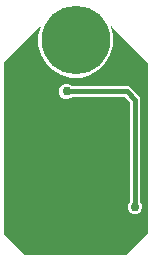
<source format=gbr>
G04 EAGLE Gerber RS-274X export*
G75*
%MOMM*%
%FSLAX34Y34*%
%LPD*%
%INBottom Copper*%
%IPPOS*%
%AMOC8*
5,1,8,0,0,1.08239X$1,22.5*%
G01*
%ADD10C,5.800000*%
%ADD11C,1.108000*%
%ADD12C,0.756400*%
%ADD13C,0.381000*%

G36*
X43195Y2542D02*
X43195Y2542D01*
X43203Y2541D01*
X43293Y2562D01*
X43384Y2580D01*
X43391Y2585D01*
X43398Y2587D01*
X43546Y2689D01*
X60811Y19954D01*
X60815Y19960D01*
X60821Y19965D01*
X60870Y20044D01*
X60922Y20121D01*
X60923Y20129D01*
X60927Y20135D01*
X60959Y20313D01*
X60959Y165107D01*
X60958Y165115D01*
X60959Y165123D01*
X60938Y165213D01*
X60920Y165304D01*
X60915Y165311D01*
X60913Y165318D01*
X60811Y165466D01*
X30524Y195752D01*
X30467Y195791D01*
X30415Y195836D01*
X30384Y195846D01*
X30357Y195863D01*
X30290Y195876D01*
X30224Y195898D01*
X30192Y195895D01*
X30161Y195901D01*
X30093Y195887D01*
X30025Y195881D01*
X29996Y195866D01*
X29964Y195859D01*
X29908Y195820D01*
X29847Y195788D01*
X29826Y195763D01*
X29800Y195745D01*
X29763Y195687D01*
X29719Y195634D01*
X29710Y195603D01*
X29692Y195576D01*
X29681Y195508D01*
X29661Y195442D01*
X29664Y195407D01*
X29659Y195378D01*
X29670Y195329D01*
X29676Y195263D01*
X31541Y188302D01*
X31541Y179998D01*
X29391Y171976D01*
X25239Y164784D01*
X19366Y158911D01*
X12174Y154759D01*
X4152Y152609D01*
X-4152Y152609D01*
X-12174Y154759D01*
X-19366Y158911D01*
X-25239Y164784D01*
X-29391Y171976D01*
X-31541Y179998D01*
X-31541Y188302D01*
X-29676Y195263D01*
X-29671Y195331D01*
X-29659Y195399D01*
X-29665Y195430D01*
X-29663Y195463D01*
X-29686Y195528D01*
X-29700Y195595D01*
X-29718Y195621D01*
X-29729Y195652D01*
X-29775Y195703D01*
X-29814Y195760D01*
X-29842Y195777D01*
X-29863Y195801D01*
X-29925Y195830D01*
X-29984Y195867D01*
X-30015Y195873D01*
X-30044Y195886D01*
X-30113Y195889D01*
X-30181Y195901D01*
X-30213Y195893D01*
X-30245Y195895D01*
X-30309Y195871D01*
X-30376Y195855D01*
X-30405Y195835D01*
X-30433Y195825D01*
X-30469Y195791D01*
X-30524Y195752D01*
X-60811Y165466D01*
X-60815Y165460D01*
X-60821Y165455D01*
X-60870Y165376D01*
X-60922Y165299D01*
X-60923Y165291D01*
X-60927Y165285D01*
X-60959Y165107D01*
X-60959Y20312D01*
X-60958Y20305D01*
X-60959Y20297D01*
X-60938Y20207D01*
X-60920Y20116D01*
X-60915Y20109D01*
X-60913Y20102D01*
X-60811Y19954D01*
X-43546Y2689D01*
X-43540Y2685D01*
X-43535Y2679D01*
X-43456Y2630D01*
X-43379Y2578D01*
X-43372Y2577D01*
X-43365Y2573D01*
X-43188Y2541D01*
X43187Y2541D01*
X43195Y2542D01*
G37*
%LPC*%
G36*
X49034Y36857D02*
X49034Y36857D01*
X46710Y37820D01*
X44932Y39598D01*
X43969Y41922D01*
X43969Y44438D01*
X44932Y46762D01*
X45698Y47527D01*
X45702Y47534D01*
X45708Y47539D01*
X45757Y47617D01*
X45809Y47694D01*
X45810Y47702D01*
X45814Y47709D01*
X45846Y47886D01*
X45846Y131806D01*
X45845Y131814D01*
X45846Y131822D01*
X45825Y131912D01*
X45807Y132003D01*
X45802Y132009D01*
X45800Y132017D01*
X45698Y132165D01*
X41487Y136376D01*
X41481Y136380D01*
X41476Y136386D01*
X41397Y136435D01*
X41320Y136487D01*
X41312Y136488D01*
X41306Y136492D01*
X41128Y136524D01*
X-2914Y136524D01*
X-2922Y136523D01*
X-2929Y136524D01*
X-3019Y136503D01*
X-3110Y136485D01*
X-3117Y136480D01*
X-3125Y136478D01*
X-3273Y136376D01*
X-4038Y135610D01*
X-4543Y135401D01*
X-4544Y135401D01*
X-5768Y134893D01*
X-6362Y134647D01*
X-8878Y134647D01*
X-11202Y135610D01*
X-12980Y137388D01*
X-13943Y139712D01*
X-13943Y142228D01*
X-12980Y144552D01*
X-11202Y146330D01*
X-10455Y146639D01*
X-9231Y147147D01*
X-9230Y147147D01*
X-8878Y147293D01*
X-6362Y147293D01*
X-4038Y146330D01*
X-3273Y145564D01*
X-3266Y145560D01*
X-3261Y145554D01*
X-3183Y145505D01*
X-3106Y145453D01*
X-3098Y145452D01*
X-3091Y145448D01*
X-2914Y145416D01*
X45021Y145416D01*
X54738Y135699D01*
X54738Y47886D01*
X54739Y47878D01*
X54738Y47871D01*
X54759Y47781D01*
X54777Y47690D01*
X54782Y47683D01*
X54784Y47675D01*
X54886Y47527D01*
X55652Y46762D01*
X56615Y44438D01*
X56615Y41922D01*
X55652Y39598D01*
X53874Y37820D01*
X53105Y37501D01*
X51880Y36994D01*
X51550Y36857D01*
X49034Y36857D01*
G37*
%LPD*%
D10*
X0Y184150D03*
D11*
X0Y206150D03*
X0Y162150D03*
X-22000Y184150D03*
X22000Y184150D03*
X15500Y199650D03*
X15500Y168650D03*
X-15500Y199650D03*
X-15500Y168650D03*
D12*
X-50800Y131318D03*
X-25400Y91440D03*
X0Y49530D03*
X0Y43180D03*
X0Y36830D03*
X0Y30480D03*
X-25400Y115062D03*
X27940Y43180D03*
X27940Y36830D03*
X27940Y30480D03*
X-7620Y140970D03*
D13*
X43180Y140970D01*
X50292Y133858D01*
X50292Y43180D01*
D12*
X50292Y43180D03*
M02*

</source>
